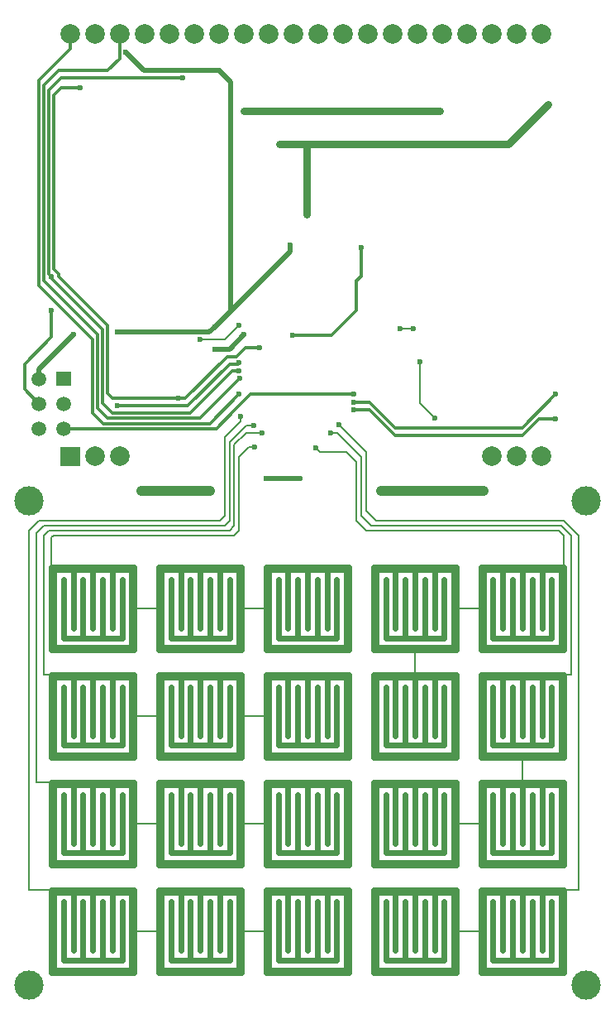
<source format=gbr>
%FSLAX34Y34*%
%MOMM*%
%LNCOPPER_TOP*%
G71*
G01*
%ADD10C, 0.600*%
%ADD11C, 0.600*%
%ADD12C, 0.200*%
%ADD13C, 2.000*%
%ADD14C, 3.000*%
%ADD15C, 0.750*%
%ADD16C, 0.300*%
%ADD17C, 1.000*%
%ADD18C, 0.500*%
%ADD19C, 1.500*%
%LPD*%
G54D10*
X40000Y-560000D02*
X40000Y-640000D01*
X120000Y-640000D01*
X120000Y-560000D01*
X40000Y-560000D01*
G54D10*
X60000Y-560000D02*
X60000Y-620000D01*
G54D10*
X80000Y-560000D02*
X80000Y-620000D01*
G54D10*
X100000Y-560000D02*
X100000Y-620000D01*
G54D10*
X50000Y-570000D02*
X50000Y-630000D01*
X70000Y-630000D01*
X70000Y-570000D01*
X70000Y-630000D01*
X90000Y-630000D01*
X90000Y-570000D01*
X90000Y-630000D01*
X110000Y-630000D01*
X110000Y-570000D01*
G54D10*
X37500Y-557500D02*
X37500Y-642500D01*
X122500Y-642500D01*
X122500Y-557500D01*
X37500Y-557500D01*
X80000Y-630000D02*
G54D11*
D03*
G54D12*
X122500Y-600000D02*
X135000Y-600000D01*
G54D10*
X150000Y-560000D02*
X150000Y-640000D01*
X230000Y-640000D01*
X230000Y-560000D01*
X150000Y-560000D01*
G54D10*
X170000Y-560000D02*
X170000Y-620000D01*
G54D10*
X190000Y-560000D02*
X190000Y-620000D01*
G54D10*
X210000Y-560000D02*
X210000Y-620000D01*
G54D10*
X160000Y-570000D02*
X160000Y-630000D01*
X180000Y-630000D01*
X180000Y-570000D01*
X180000Y-630000D01*
X200000Y-630000D01*
X200000Y-570000D01*
X200000Y-630000D01*
X220000Y-630000D01*
X220000Y-570000D01*
G54D10*
X147500Y-557500D02*
X147500Y-642500D01*
X232500Y-642500D01*
X232500Y-557500D01*
X147500Y-557500D01*
X190000Y-630000D02*
G54D11*
D03*
G54D12*
X135000Y-600000D02*
X147500Y-600000D01*
G54D12*
X232500Y-600000D02*
X245000Y-600000D01*
G54D10*
X260000Y-560000D02*
X260000Y-640000D01*
X340000Y-640000D01*
X340000Y-560000D01*
X260000Y-560000D01*
G54D10*
X280000Y-560000D02*
X280000Y-620000D01*
G54D10*
X300000Y-560000D02*
X300000Y-620000D01*
G54D10*
X320000Y-560000D02*
X320000Y-620000D01*
G54D10*
X270000Y-570000D02*
X270000Y-630000D01*
X290000Y-630000D01*
X290000Y-570000D01*
X290000Y-630000D01*
X310000Y-630000D01*
X310000Y-570000D01*
X310000Y-630000D01*
X330000Y-630000D01*
X330000Y-570000D01*
G54D10*
X257500Y-557500D02*
X257500Y-642500D01*
X342500Y-642500D01*
X342500Y-557500D01*
X257500Y-557500D01*
X300000Y-630000D02*
G54D11*
D03*
G54D12*
X245000Y-600000D02*
X257500Y-600000D01*
G54D10*
X370000Y-560000D02*
X370000Y-640000D01*
X450000Y-640000D01*
X450000Y-560000D01*
X370000Y-560000D01*
G54D10*
X390000Y-560000D02*
X390000Y-620000D01*
G54D10*
X410000Y-560000D02*
X410000Y-620000D01*
G54D10*
X430000Y-560000D02*
X430000Y-620000D01*
G54D10*
X380000Y-570000D02*
X380000Y-630000D01*
X400000Y-630000D01*
X400000Y-570000D01*
X400000Y-630000D01*
X420000Y-630000D01*
X420000Y-570000D01*
X420000Y-630000D01*
X440000Y-630000D01*
X440000Y-570000D01*
G54D10*
X367500Y-557500D02*
X367500Y-642500D01*
X452500Y-642500D01*
X452500Y-557500D01*
X367500Y-557500D01*
X410000Y-630000D02*
G54D11*
D03*
G54D12*
X452500Y-600000D02*
X465000Y-600000D01*
G54D10*
X480000Y-560000D02*
X480000Y-640000D01*
X560000Y-640000D01*
X560000Y-560000D01*
X480000Y-560000D01*
G54D10*
X500000Y-560000D02*
X500000Y-620000D01*
G54D10*
X520000Y-560000D02*
X520000Y-620000D01*
G54D10*
X540000Y-560000D02*
X540000Y-620000D01*
G54D10*
X490000Y-570000D02*
X490000Y-630000D01*
X510000Y-630000D01*
X510000Y-570000D01*
X510000Y-630000D01*
X530000Y-630000D01*
X530000Y-570000D01*
X530000Y-630000D01*
X550000Y-630000D01*
X550000Y-570000D01*
G54D10*
X477500Y-557500D02*
X477500Y-642500D01*
X562500Y-642500D01*
X562500Y-557500D01*
X477500Y-557500D01*
X520000Y-630000D02*
G54D11*
D03*
G54D12*
X465000Y-600000D02*
X477500Y-600000D01*
G54D10*
X40000Y-670000D02*
X40000Y-750000D01*
X120000Y-750000D01*
X120000Y-670000D01*
X40000Y-670000D01*
G54D10*
X60000Y-670000D02*
X60000Y-730000D01*
G54D10*
X80000Y-670000D02*
X80000Y-730000D01*
G54D10*
X100000Y-670000D02*
X100000Y-730000D01*
G54D10*
X50000Y-680000D02*
X50000Y-740000D01*
X70000Y-740000D01*
X70000Y-680000D01*
X70000Y-740000D01*
X90000Y-740000D01*
X90000Y-680000D01*
X90000Y-740000D01*
X110000Y-740000D01*
X110000Y-680000D01*
G54D10*
X37500Y-667500D02*
X37500Y-752500D01*
X122500Y-752500D01*
X122500Y-667500D01*
X37500Y-667500D01*
X80000Y-740000D02*
G54D11*
D03*
G54D12*
X122500Y-710000D02*
X135000Y-710000D01*
G54D10*
X150000Y-670000D02*
X150000Y-750000D01*
X230000Y-750000D01*
X230000Y-670000D01*
X150000Y-670000D01*
G54D10*
X170000Y-670000D02*
X170000Y-730000D01*
G54D10*
X190000Y-670000D02*
X190000Y-730000D01*
G54D10*
X210000Y-670000D02*
X210000Y-730000D01*
G54D10*
X160000Y-680000D02*
X160000Y-740000D01*
X180000Y-740000D01*
X180000Y-680000D01*
X180000Y-740000D01*
X200000Y-740000D01*
X200000Y-680000D01*
X200000Y-740000D01*
X220000Y-740000D01*
X220000Y-680000D01*
G54D10*
X147500Y-667500D02*
X147500Y-752500D01*
X232500Y-752500D01*
X232500Y-667500D01*
X147500Y-667500D01*
X190000Y-740000D02*
G54D11*
D03*
G54D12*
X135000Y-710000D02*
X147500Y-710000D01*
G54D12*
X232500Y-710000D02*
X245000Y-710000D01*
G54D10*
X260000Y-670000D02*
X260000Y-750000D01*
X340000Y-750000D01*
X340000Y-670000D01*
X260000Y-670000D01*
G54D10*
X280000Y-670000D02*
X280000Y-730000D01*
G54D10*
X300000Y-670000D02*
X300000Y-730000D01*
G54D10*
X320000Y-670000D02*
X320000Y-730000D01*
G54D10*
X270000Y-680000D02*
X270000Y-740000D01*
X290000Y-740000D01*
X290000Y-680000D01*
X290000Y-740000D01*
X310000Y-740000D01*
X310000Y-680000D01*
X310000Y-740000D01*
X330000Y-740000D01*
X330000Y-680000D01*
G54D10*
X257500Y-667500D02*
X257500Y-752500D01*
X342500Y-752500D01*
X342500Y-667500D01*
X257500Y-667500D01*
X300000Y-740000D02*
G54D11*
D03*
G54D12*
X245000Y-710000D02*
X257500Y-710000D01*
G54D10*
X370000Y-670000D02*
X370000Y-750000D01*
X450000Y-750000D01*
X450000Y-670000D01*
X370000Y-670000D01*
G54D10*
X390000Y-670000D02*
X390000Y-730000D01*
G54D10*
X410000Y-670000D02*
X410000Y-730000D01*
G54D10*
X430000Y-670000D02*
X430000Y-730000D01*
G54D10*
X380000Y-680000D02*
X380000Y-740000D01*
X400000Y-740000D01*
X400000Y-680000D01*
X400000Y-740000D01*
X420000Y-740000D01*
X420000Y-680000D01*
X420000Y-740000D01*
X440000Y-740000D01*
X440000Y-680000D01*
G54D10*
X367500Y-667500D02*
X367500Y-752500D01*
X452500Y-752500D01*
X452500Y-667500D01*
X367500Y-667500D01*
X410000Y-740000D02*
G54D11*
D03*
G54D10*
X480000Y-670000D02*
X480000Y-750000D01*
X560000Y-750000D01*
X560000Y-670000D01*
X480000Y-670000D01*
G54D10*
X500000Y-670000D02*
X500000Y-730000D01*
G54D10*
X520000Y-670000D02*
X520000Y-730000D01*
G54D10*
X540000Y-670000D02*
X540000Y-730000D01*
G54D10*
X490000Y-680000D02*
X490000Y-740000D01*
X510000Y-740000D01*
X510000Y-680000D01*
X510000Y-740000D01*
X530000Y-740000D01*
X530000Y-680000D01*
X530000Y-740000D01*
X550000Y-740000D01*
X550000Y-680000D01*
G54D10*
X477500Y-667500D02*
X477500Y-752500D01*
X562500Y-752500D01*
X562500Y-667500D01*
X477500Y-667500D01*
X520000Y-740000D02*
G54D11*
D03*
G54D10*
X40000Y-780000D02*
X40000Y-860000D01*
X120000Y-860000D01*
X120000Y-780000D01*
X40000Y-780000D01*
G54D10*
X60000Y-780000D02*
X60000Y-840000D01*
G54D10*
X80000Y-780000D02*
X80000Y-840000D01*
G54D10*
X100000Y-780000D02*
X100000Y-840000D01*
G54D10*
X50000Y-790000D02*
X50000Y-850000D01*
X70000Y-850000D01*
X70000Y-790000D01*
X70000Y-850000D01*
X90000Y-850000D01*
X90000Y-790000D01*
X90000Y-850000D01*
X110000Y-850000D01*
X110000Y-790000D01*
G54D10*
X37500Y-777500D02*
X37500Y-862500D01*
X122500Y-862500D01*
X122500Y-777500D01*
X37500Y-777500D01*
X80000Y-850000D02*
G54D11*
D03*
G54D12*
X122500Y-820000D02*
X135000Y-820000D01*
G54D10*
X150000Y-780000D02*
X150000Y-860000D01*
X230000Y-860000D01*
X230000Y-780000D01*
X150000Y-780000D01*
G54D10*
X170000Y-780000D02*
X170000Y-840000D01*
G54D10*
X190000Y-780000D02*
X190000Y-840000D01*
G54D10*
X210000Y-780000D02*
X210000Y-840000D01*
G54D10*
X160000Y-790000D02*
X160000Y-850000D01*
X180000Y-850000D01*
X180000Y-790000D01*
X180000Y-850000D01*
X200000Y-850000D01*
X200000Y-790000D01*
X200000Y-850000D01*
X220000Y-850000D01*
X220000Y-790000D01*
G54D10*
X147500Y-777500D02*
X147500Y-862500D01*
X232500Y-862500D01*
X232500Y-777500D01*
X147500Y-777500D01*
X190000Y-850000D02*
G54D11*
D03*
G54D12*
X135000Y-820000D02*
X147500Y-820000D01*
G54D12*
X232500Y-820000D02*
X245000Y-820000D01*
G54D10*
X260000Y-780000D02*
X260000Y-860000D01*
X340000Y-860000D01*
X340000Y-780000D01*
X260000Y-780000D01*
G54D10*
X280000Y-780000D02*
X280000Y-840000D01*
G54D10*
X300000Y-780000D02*
X300000Y-840000D01*
G54D10*
X320000Y-780000D02*
X320000Y-840000D01*
G54D10*
X270000Y-790000D02*
X270000Y-850000D01*
X290000Y-850000D01*
X290000Y-790000D01*
X290000Y-850000D01*
X310000Y-850000D01*
X310000Y-790000D01*
X310000Y-850000D01*
X330000Y-850000D01*
X330000Y-790000D01*
G54D10*
X257500Y-777500D02*
X257500Y-862500D01*
X342500Y-862500D01*
X342500Y-777500D01*
X257500Y-777500D01*
X300000Y-850000D02*
G54D11*
D03*
G54D12*
X245000Y-820000D02*
X257500Y-820000D01*
G54D10*
X370000Y-780000D02*
X370000Y-860000D01*
X450000Y-860000D01*
X450000Y-780000D01*
X370000Y-780000D01*
G54D10*
X390000Y-780000D02*
X390000Y-840000D01*
G54D10*
X410000Y-780000D02*
X410000Y-840000D01*
G54D10*
X430000Y-780000D02*
X430000Y-840000D01*
G54D10*
X380000Y-790000D02*
X380000Y-850000D01*
X400000Y-850000D01*
X400000Y-790000D01*
X400000Y-850000D01*
X420000Y-850000D01*
X420000Y-790000D01*
X420000Y-850000D01*
X440000Y-850000D01*
X440000Y-790000D01*
G54D10*
X367500Y-777500D02*
X367500Y-862500D01*
X452500Y-862500D01*
X452500Y-777500D01*
X367500Y-777500D01*
X410000Y-850000D02*
G54D11*
D03*
G54D12*
X452500Y-820000D02*
X465000Y-820000D01*
G54D10*
X480000Y-780000D02*
X480000Y-860000D01*
X560000Y-860000D01*
X560000Y-780000D01*
X480000Y-780000D01*
G54D10*
X500000Y-780000D02*
X500000Y-840000D01*
G54D10*
X520000Y-780000D02*
X520000Y-840000D01*
G54D10*
X540000Y-780000D02*
X540000Y-840000D01*
G54D10*
X490000Y-790000D02*
X490000Y-850000D01*
X510000Y-850000D01*
X510000Y-790000D01*
X510000Y-850000D01*
X530000Y-850000D01*
X530000Y-790000D01*
X530000Y-850000D01*
X550000Y-850000D01*
X550000Y-790000D01*
G54D10*
X477500Y-777500D02*
X477500Y-862500D01*
X562500Y-862500D01*
X562500Y-777500D01*
X477500Y-777500D01*
X520000Y-850000D02*
G54D11*
D03*
G54D12*
X465000Y-820000D02*
X477500Y-820000D01*
G54D10*
X40000Y-890000D02*
X40000Y-970000D01*
X120000Y-970000D01*
X120000Y-890000D01*
X40000Y-890000D01*
G54D10*
X60000Y-890000D02*
X60000Y-950000D01*
G54D10*
X80000Y-890000D02*
X80000Y-950000D01*
G54D10*
X100000Y-890000D02*
X100000Y-950000D01*
G54D10*
X50000Y-900000D02*
X50000Y-960000D01*
X70000Y-960000D01*
X70000Y-900000D01*
X70000Y-960000D01*
X90000Y-960000D01*
X90000Y-900000D01*
X90000Y-960000D01*
X110000Y-960000D01*
X110000Y-900000D01*
G54D10*
X37500Y-887500D02*
X37500Y-972500D01*
X122500Y-972500D01*
X122500Y-887500D01*
X37500Y-887500D01*
X80000Y-960000D02*
G54D11*
D03*
G54D12*
X122500Y-930000D02*
X135000Y-930000D01*
G54D10*
X150000Y-890000D02*
X150000Y-970000D01*
X230000Y-970000D01*
X230000Y-890000D01*
X150000Y-890000D01*
G54D10*
X170000Y-890000D02*
X170000Y-950000D01*
G54D10*
X190000Y-890000D02*
X190000Y-950000D01*
G54D10*
X210000Y-890000D02*
X210000Y-950000D01*
G54D10*
X160000Y-900000D02*
X160000Y-960000D01*
X180000Y-960000D01*
X180000Y-900000D01*
X180000Y-960000D01*
X200000Y-960000D01*
X200000Y-900000D01*
X200000Y-960000D01*
X220000Y-960000D01*
X220000Y-900000D01*
G54D10*
X147500Y-887500D02*
X147500Y-972500D01*
X232500Y-972500D01*
X232500Y-887500D01*
X147500Y-887500D01*
X190000Y-960000D02*
G54D11*
D03*
G54D12*
X135000Y-930000D02*
X147500Y-930000D01*
G54D12*
X232500Y-930000D02*
X245000Y-930000D01*
G54D10*
X260000Y-890000D02*
X260000Y-970000D01*
X340000Y-970000D01*
X340000Y-890000D01*
X260000Y-890000D01*
G54D10*
X280000Y-890000D02*
X280000Y-950000D01*
G54D10*
X300000Y-890000D02*
X300000Y-950000D01*
G54D10*
X320000Y-890000D02*
X320000Y-950000D01*
G54D10*
X270000Y-900000D02*
X270000Y-960000D01*
X290000Y-960000D01*
X290000Y-900000D01*
X290000Y-960000D01*
X310000Y-960000D01*
X310000Y-900000D01*
X310000Y-960000D01*
X330000Y-960000D01*
X330000Y-900000D01*
G54D10*
X257500Y-887500D02*
X257500Y-972500D01*
X342500Y-972500D01*
X342500Y-887500D01*
X257500Y-887500D01*
X300000Y-960000D02*
G54D11*
D03*
G54D12*
X245000Y-930000D02*
X257500Y-930000D01*
G54D12*
X410000Y-640000D02*
X410000Y-670000D01*
G54D12*
X520000Y-750000D02*
X520000Y-780000D01*
G54D10*
X370000Y-890000D02*
X370000Y-970000D01*
X450000Y-970000D01*
X450000Y-890000D01*
X370000Y-890000D01*
G54D10*
X390000Y-890000D02*
X390000Y-950000D01*
G54D10*
X410000Y-890000D02*
X410000Y-950000D01*
G54D10*
X430000Y-890000D02*
X430000Y-950000D01*
G54D10*
X380000Y-900000D02*
X380000Y-960000D01*
X400000Y-960000D01*
X400000Y-900000D01*
X400000Y-960000D01*
X420000Y-960000D01*
X420000Y-900000D01*
X420000Y-960000D01*
X440000Y-960000D01*
X440000Y-900000D01*
G54D10*
X367500Y-887500D02*
X367500Y-972500D01*
X452500Y-972500D01*
X452500Y-887500D01*
X367500Y-887500D01*
X410000Y-960000D02*
G54D11*
D03*
G54D12*
X452500Y-930000D02*
X465000Y-930000D01*
G54D10*
X480000Y-890000D02*
X480000Y-970000D01*
X560000Y-970000D01*
X560000Y-890000D01*
X480000Y-890000D01*
G54D10*
X500000Y-890000D02*
X500000Y-950000D01*
G54D10*
X520000Y-890000D02*
X520000Y-950000D01*
G54D10*
X540000Y-890000D02*
X540000Y-950000D01*
G54D10*
X490000Y-900000D02*
X490000Y-960000D01*
X510000Y-960000D01*
X510000Y-900000D01*
X510000Y-960000D01*
X530000Y-960000D01*
X530000Y-900000D01*
X530000Y-960000D01*
X550000Y-960000D01*
X550000Y-900000D01*
G54D10*
X477500Y-887500D02*
X477500Y-972500D01*
X562500Y-972500D01*
X562500Y-887500D01*
X477500Y-887500D01*
X520000Y-960000D02*
G54D11*
D03*
G54D12*
X465000Y-930000D02*
X477500Y-930000D01*
G54D12*
X562500Y-557500D02*
X562500Y-525000D01*
G54D12*
X562500Y-667500D02*
X570000Y-667500D01*
X570000Y-525000D01*
G54D12*
X562500Y-887500D02*
X577500Y-887500D01*
X577500Y-525000D01*
X56750Y-12700D02*
G54D13*
D03*
X82150Y-12700D02*
G54D13*
D03*
X107550Y-12700D02*
G54D13*
D03*
X132950Y-12700D02*
G54D13*
D03*
X158350Y-12700D02*
G54D13*
D03*
X183750Y-12700D02*
G54D13*
D03*
X209150Y-12700D02*
G54D13*
D03*
X234550Y-12700D02*
G54D13*
D03*
X259950Y-12700D02*
G54D13*
D03*
X285350Y-12700D02*
G54D13*
D03*
X310750Y-12700D02*
G54D13*
D03*
X336150Y-12700D02*
G54D13*
D03*
X361550Y-12700D02*
G54D13*
D03*
X386950Y-12700D02*
G54D13*
D03*
X412350Y-12700D02*
G54D13*
D03*
X437750Y-12700D02*
G54D13*
D03*
X463150Y-12700D02*
G54D13*
D03*
X488550Y-12700D02*
G54D13*
D03*
X513950Y-12700D02*
G54D13*
D03*
X539350Y-12700D02*
G54D13*
D03*
G36*
X46750Y-434500D02*
X66750Y-434500D01*
X66750Y-454500D01*
X46750Y-454500D01*
X46750Y-434500D01*
G37*
X82150Y-444500D02*
G54D13*
D03*
X107550Y-444500D02*
G54D13*
D03*
X539350Y-444500D02*
G54D13*
D03*
X513950Y-444500D02*
G54D13*
D03*
X488550Y-444500D02*
G54D13*
D03*
X15000Y-985000D02*
G54D14*
D03*
X585000Y-985000D02*
G54D14*
D03*
X15000Y-490000D02*
G54D14*
D03*
X585000Y-490000D02*
G54D14*
D03*
X190000Y-325000D02*
G54D11*
D03*
X415218Y-347718D02*
G54D11*
D03*
G54D12*
X415218Y-347718D02*
X415218Y-390218D01*
X430000Y-405000D01*
X430000Y-405000D01*
X430000Y-405000D02*
G54D11*
D03*
G54D12*
X395000Y-314000D02*
X408000Y-314000D01*
X408000Y-314000D02*
G54D11*
D03*
X395000Y-314000D02*
G54D11*
D03*
G54D12*
X190000Y-325000D02*
X215000Y-325000D01*
X230000Y-310000D01*
X230000Y-310000D02*
G54D11*
D03*
G54D12*
X37500Y-557500D02*
X37500Y-527500D01*
X40000Y-525000D01*
X225000Y-525000D01*
X230000Y-520000D01*
X230000Y-445000D01*
X240000Y-435000D01*
X246082Y-435000D01*
G54D12*
X253082Y-420342D02*
X237158Y-420342D01*
X225000Y-432500D01*
X225000Y-515000D01*
X220000Y-520000D01*
X35000Y-520000D01*
X30000Y-525000D01*
X30000Y-667500D01*
X37500Y-667500D01*
G54D12*
X37500Y-777500D02*
X22500Y-777500D01*
X22500Y-522500D01*
X30000Y-515000D01*
X215000Y-515000D01*
X220000Y-510000D01*
X220000Y-430000D01*
X237500Y-412500D01*
X244994Y-412500D01*
X244994Y-412500D02*
G54D11*
D03*
X253082Y-420342D02*
G54D11*
D03*
X246082Y-435000D02*
G54D11*
D03*
G54D12*
X37500Y-887500D02*
X15000Y-887500D01*
X15000Y-520000D01*
X25000Y-510000D01*
X210000Y-510000D01*
X215000Y-505000D01*
X215000Y-425000D01*
X231246Y-408754D01*
X231246Y-403754D01*
X231246Y-403754D02*
G54D11*
D03*
G54D12*
X562500Y-525000D02*
X557500Y-520000D01*
X360000Y-520000D01*
X350000Y-510000D01*
X350000Y-450000D01*
X340000Y-440000D01*
X312500Y-440000D01*
X308582Y-436082D01*
X308582Y-436082D01*
G54D12*
X570000Y-525000D02*
X560000Y-515000D01*
X365000Y-515000D01*
X355000Y-505000D01*
X355000Y-445000D01*
X330342Y-420342D01*
X324082Y-420342D01*
G54D12*
X577500Y-525000D02*
X562500Y-510000D01*
X370000Y-510000D01*
X360000Y-500000D01*
X360000Y-440000D01*
X332169Y-412169D01*
X332169Y-412169D02*
G54D11*
D03*
X324082Y-420342D02*
G54D11*
D03*
X308582Y-436082D02*
G54D11*
D03*
G54D15*
X234900Y-91200D02*
X435000Y-91200D01*
X435000Y-91200D02*
G54D11*
D03*
X234900Y-91200D02*
G54D11*
D03*
X425000Y-91200D02*
G54D11*
D03*
X244900Y-91200D02*
G54D11*
D03*
G54D16*
X229994Y-380754D02*
X199994Y-410754D01*
X90754Y-410754D01*
X80000Y-400000D01*
X80000Y-325000D01*
X25000Y-270000D01*
X25000Y-59450D01*
X56750Y-27700D01*
X56750Y-12700D01*
G54D16*
X107550Y-12700D02*
X107550Y-37450D01*
X95000Y-50000D01*
X45000Y-50000D01*
X30000Y-65000D01*
X30000Y-265000D01*
X85000Y-320000D01*
X85000Y-395000D01*
X95000Y-405000D01*
X190000Y-405000D01*
X230246Y-364754D01*
X230246Y-364754D02*
G54D11*
D03*
X229994Y-380754D02*
G54D11*
D03*
G54D16*
X229994Y-356754D02*
X223246Y-356754D01*
X180000Y-400000D01*
X100000Y-400000D01*
X90000Y-390000D01*
X90000Y-315000D01*
X37500Y-262500D01*
X37500Y-260000D01*
X35000Y-257500D01*
X35000Y-70000D01*
X47800Y-57200D01*
X172500Y-57200D01*
X67500Y-67200D02*
G54D11*
D03*
X172500Y-57200D02*
G54D11*
D03*
X229994Y-356754D02*
G54D11*
D03*
G54D16*
X250582Y-333166D02*
X236834Y-333166D01*
X227500Y-342500D01*
X217500Y-342500D01*
X175000Y-385000D01*
X100000Y-385000D01*
X95000Y-380000D01*
X95000Y-310000D01*
X45000Y-260000D01*
X45000Y-257500D01*
X40000Y-252500D01*
X40000Y-75000D01*
X47800Y-67200D01*
X67500Y-67200D01*
X250582Y-333166D02*
G54D11*
D03*
X205000Y-312000D02*
G54D11*
D03*
X450000Y-480000D02*
G54D11*
D03*
X465000Y-480000D02*
G54D11*
D03*
X480000Y-480000D02*
G54D11*
D03*
X160000Y-480000D02*
G54D11*
D03*
X145000Y-480000D02*
G54D11*
D03*
X130000Y-480000D02*
G54D11*
D03*
G54D17*
X130000Y-480000D02*
X200000Y-480000D01*
G54D17*
X375000Y-480000D02*
X480000Y-480000D01*
X190000Y-480000D02*
G54D11*
D03*
X375000Y-480000D02*
G54D11*
D03*
X385000Y-480000D02*
G54D11*
D03*
X200000Y-480000D02*
G54D11*
D03*
X257669Y-467054D02*
G54D11*
D03*
X292669Y-467054D02*
G54D11*
D03*
G54D18*
X257669Y-467054D02*
X292669Y-467054D01*
X205000Y-335000D02*
G54D11*
D03*
G54D18*
X205000Y-335000D02*
X220000Y-335000D01*
X235000Y-320000D01*
X235000Y-320000D02*
G54D11*
D03*
X114000Y-31000D02*
G54D11*
D03*
G54D18*
X114000Y-31000D02*
X132500Y-49500D01*
X209150Y-49500D01*
X209150Y-49500D02*
G54D11*
D03*
G36*
X57900Y-357500D02*
X57900Y-372500D01*
X42900Y-372500D01*
X42900Y-357500D01*
X57900Y-357500D01*
G37*
X25000Y-365000D02*
G54D19*
D03*
X50400Y-390400D02*
G54D19*
D03*
X25000Y-390400D02*
G54D19*
D03*
X50400Y-415800D02*
G54D19*
D03*
X25000Y-415800D02*
G54D19*
D03*
G54D16*
X105000Y-392500D02*
X177500Y-392500D01*
X220000Y-350000D01*
X228748Y-350000D01*
X229994Y-348754D01*
X229994Y-348754D02*
G54D11*
D03*
X105000Y-392500D02*
G54D11*
D03*
X167500Y-385000D02*
G54D11*
D03*
X60000Y-320000D02*
G54D11*
D03*
G54D18*
X60000Y-320000D02*
X25000Y-355000D01*
X25000Y-365000D01*
G54D16*
X50400Y-415800D02*
X206700Y-415800D01*
X225000Y-397500D01*
G54D16*
X225000Y-397500D02*
X241746Y-380754D01*
X347169Y-380754D01*
X347169Y-380754D02*
G54D11*
D03*
G54D16*
X25000Y-390400D02*
X10000Y-375400D01*
X10000Y-350000D01*
X37500Y-322500D01*
X37500Y-295000D01*
X37500Y-295000D02*
G54D11*
D03*
X37500Y-260000D02*
G54D11*
D03*
X298769Y-196988D02*
G54D11*
D03*
X270852Y-124725D02*
G54D11*
D03*
X282088Y-228200D02*
G54D11*
D03*
G54D18*
X282088Y-228200D02*
X282088Y-234912D01*
X205000Y-312000D01*
X221000Y-296000D01*
X221000Y-61350D01*
X209150Y-49500D01*
G54D15*
X298769Y-196988D02*
X298769Y-124725D01*
X270852Y-124725D01*
X505275Y-124725D01*
X546000Y-84000D01*
X546000Y-84000D02*
G54D11*
D03*
X105000Y-317500D02*
G54D11*
D03*
G54D18*
X105000Y-317500D02*
X199500Y-317500D01*
X205000Y-312000D01*
X284582Y-320166D02*
G54D11*
D03*
G54D16*
X284582Y-320166D02*
X324834Y-320166D01*
X350000Y-295000D01*
X350000Y-265000D01*
X355000Y-260000D01*
X355000Y-230700D01*
X355000Y-230700D02*
G54D11*
D03*
X347169Y-388754D02*
G54D11*
D03*
X347169Y-396754D02*
G54D11*
D03*
G54D16*
X347169Y-388754D02*
X363754Y-388754D01*
X390000Y-415000D01*
X520120Y-415000D01*
X554120Y-381000D01*
G54D16*
X347169Y-396754D02*
X363754Y-396754D01*
X390000Y-423000D01*
X520120Y-423000D01*
X536720Y-406400D01*
X554120Y-406400D01*
X554120Y-406400D02*
G54D11*
D03*
X554120Y-381000D02*
G54D11*
D03*
M02*

</source>
